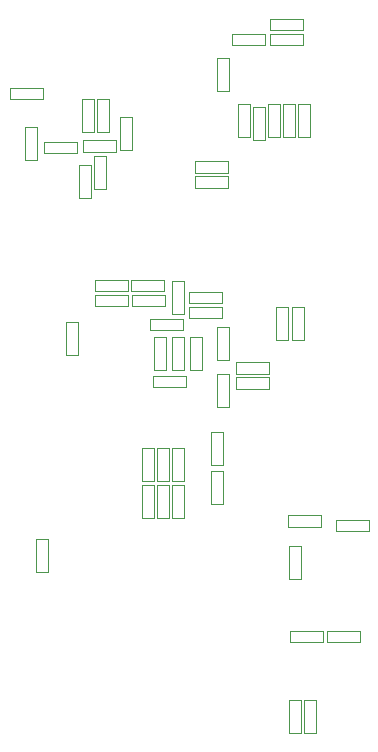
<source format=gbr>
G04*
G04 #@! TF.GenerationSoftware,Altium Limited,Altium Designer,25.2.1 (25)*
G04*
G04 Layer_Color=16711935*
%FSLAX25Y25*%
%MOIN*%
G70*
G04*
G04 #@! TF.SameCoordinates,6E7B483F-BFF1-4FB3-8246-CE29AB42D2EF*
G04*
G04*
G04 #@! TF.FilePolarity,Positive*
G04*
G01*
G75*
%ADD85C,0.00394*%
D85*
X-2032Y4138D02*
Y15161D01*
X-5968D02*
X-2032D01*
X-5968Y4138D02*
Y15161D01*
Y4138D02*
X-2032D01*
X3968Y4138D02*
Y15161D01*
X32D02*
X3968D01*
X32Y4138D02*
Y15161D01*
Y4138D02*
X3968D01*
X9968Y4138D02*
Y15161D01*
X6032D02*
X9968D01*
X6032Y4138D02*
Y15161D01*
Y4138D02*
X9968D01*
X4661Y-1469D02*
Y2468D01*
X-6362Y-1469D02*
X4661D01*
X-6362Y2468D02*
X4661D01*
X-6362Y-1469D02*
Y2468D01*
X3661Y17531D02*
Y21468D01*
X-7362D02*
X3661D01*
X-7362Y17531D02*
Y21468D01*
Y17531D02*
X3661D01*
X16661Y21531D02*
Y25469D01*
X5638D02*
X16661D01*
X5638Y21531D02*
Y25469D01*
Y21531D02*
X16661D01*
X18969Y7638D02*
Y18661D01*
X15032D02*
X18969D01*
X15032Y7638D02*
X18969D01*
X15032D02*
Y18661D01*
X-18638Y77031D02*
Y80968D01*
X-29661D02*
X-18638D01*
X-29661Y77031D02*
X-18638D01*
X-29661D02*
Y80968D01*
X18661Y70031D02*
Y73968D01*
X7638D02*
X18661D01*
X7638Y70031D02*
Y73968D01*
Y70031D02*
X18661D01*
Y65031D02*
Y68968D01*
X7638D02*
X18661D01*
X7638Y65031D02*
Y68968D01*
Y65031D02*
X18661D01*
X18969Y97138D02*
Y108161D01*
X15032D02*
X18969D01*
X15032Y97138D02*
Y108161D01*
Y97138D02*
X18969D01*
X30862Y112531D02*
Y116469D01*
X19839Y112531D02*
X30862D01*
X19839Y116469D02*
X30862D01*
X19839Y112531D02*
Y116469D01*
X43661Y117532D02*
Y121468D01*
X32638D02*
X43661D01*
X32638Y117532D02*
Y121468D01*
Y117532D02*
X43661D01*
Y112531D02*
Y116469D01*
X32638D02*
X43661D01*
X32638Y112531D02*
Y116469D01*
Y112531D02*
X43661D01*
X-14638Y25532D02*
Y29469D01*
X-25661D02*
X-14638D01*
X-25661Y25532D02*
Y29469D01*
Y25532D02*
X-14638D01*
X32362Y3032D02*
Y6968D01*
X21339D02*
X32362D01*
X21339Y3032D02*
Y6968D01*
Y3032D02*
X32362D01*
Y-1969D02*
Y1969D01*
X21339Y-1969D02*
X32362D01*
X21339Y1969D02*
X32362D01*
X21339Y-1969D02*
Y1969D01*
X43968Y14138D02*
Y25161D01*
X40031D02*
X43968D01*
X40031Y14138D02*
X43968D01*
X40031D02*
Y25161D01*
X3968Y-32862D02*
Y-21839D01*
X32D02*
X3968D01*
X32Y-32862D02*
Y-21839D01*
Y-32862D02*
X3968D01*
X-1032D02*
Y-21839D01*
X-4969D02*
X-1032D01*
X-4969Y-32862D02*
Y-21839D01*
Y-32862D02*
X-1032D01*
X-6032D02*
Y-21839D01*
X-9968D02*
X-6032D01*
X-9968Y-32862D02*
Y-21839D01*
Y-32862D02*
X-6032D01*
X-43138Y94532D02*
Y98469D01*
X-54161Y94532D02*
X-43138D01*
X-54161Y98469D02*
X-43138D01*
X-54161Y94532D02*
Y98469D01*
X-45031Y74339D02*
Y85362D01*
X-48968Y74339D02*
X-45031D01*
X-48968Y85362D02*
X-45031D01*
X-48968Y74339D02*
Y85362D01*
X38469Y14138D02*
Y25161D01*
X34532D02*
X38469D01*
X34532Y14138D02*
Y25161D01*
Y14138D02*
X38469D01*
X18969Y-8161D02*
Y2862D01*
X15032Y-8161D02*
X18969D01*
X15032Y2862D02*
X18969D01*
X15032Y-8161D02*
Y2862D01*
X-6032Y-45161D02*
Y-34138D01*
X-9968D02*
X-6032D01*
X-9968Y-45161D02*
Y-34138D01*
Y-45161D02*
X-6032D01*
X-31532Y9138D02*
Y20161D01*
X-35469D02*
X-31532D01*
X-35469Y9138D02*
Y20161D01*
Y9138D02*
X-31532D01*
X16969Y-40362D02*
Y-29339D01*
X13032D02*
X16969D01*
X13032Y-40362D02*
Y-29339D01*
Y-40362D02*
X16969D01*
X40968Y81839D02*
Y92862D01*
X37031Y81839D02*
X40968D01*
X37031Y92862D02*
X40968D01*
X37031Y81839D02*
Y92862D01*
X45968Y81839D02*
Y92862D01*
X42031Y81839D02*
X45968D01*
X42031Y92862D02*
X45968D01*
X42031Y81839D02*
Y92862D01*
X-26032Y83638D02*
Y94661D01*
X-29969D02*
X-26032D01*
X-29969Y83638D02*
Y94661D01*
Y83638D02*
X-26032D01*
X-22031Y64638D02*
Y75661D01*
X-25969D02*
X-22031D01*
X-25969Y64638D02*
X-22031D01*
X-25969D02*
Y75661D01*
X-27031Y61638D02*
Y72661D01*
X-30968D02*
X-27031D01*
X-30968Y61638D02*
Y72661D01*
Y61638D02*
X-27031D01*
X-14638Y30531D02*
Y34468D01*
X-25661Y30531D02*
X-14638D01*
X-25661Y34468D02*
X-14638D01*
X-25661Y30531D02*
Y34468D01*
X3968Y22839D02*
Y33862D01*
X32D02*
X3968D01*
X32Y22839D02*
Y33862D01*
Y22839D02*
X3968D01*
X49661Y-47969D02*
Y-44032D01*
X38638Y-47969D02*
X49661D01*
X38638Y-44032D02*
X49661D01*
X38638Y-47969D02*
Y-44032D01*
X42968Y-65362D02*
Y-54339D01*
X39031Y-65362D02*
X42968D01*
X39031Y-54339D02*
X42968D01*
X39031Y-65362D02*
Y-54339D01*
X42968Y-116862D02*
Y-105839D01*
X39031D02*
X42968D01*
X39031Y-116862D02*
Y-105839D01*
Y-116862D02*
X42968D01*
X47969D02*
Y-105839D01*
X44032D02*
X47969D01*
X44032Y-116862D02*
Y-105839D01*
Y-116862D02*
X47969D01*
X16969Y-27362D02*
Y-16339D01*
X13032D02*
X16969D01*
X13032Y-27362D02*
Y-16339D01*
Y-27362D02*
X16969D01*
X35969Y81839D02*
Y92862D01*
X32032Y81839D02*
X35969D01*
X32032Y92862D02*
X35969D01*
X32032Y81839D02*
Y92862D01*
X25969Y81839D02*
Y92862D01*
X22031Y81839D02*
X25969D01*
X22031Y92862D02*
X25969D01*
X22031Y81839D02*
Y92862D01*
X-41532Y-63161D02*
Y-52138D01*
X-45469D02*
X-41532D01*
X-45469Y-63161D02*
Y-52138D01*
Y-63161D02*
X-41532D01*
X-21032Y83638D02*
Y94661D01*
X-24969D02*
X-21032D01*
X-24969Y83638D02*
Y94661D01*
Y83638D02*
X-21032D01*
X-1032Y-45161D02*
Y-34138D01*
X-4969D02*
X-1032D01*
X-4969Y-45161D02*
Y-34138D01*
Y-45161D02*
X-1032D01*
X-13532Y77638D02*
Y88661D01*
X-17469D02*
X-13532D01*
X-17469Y77638D02*
X-13532D01*
X-17469D02*
Y88661D01*
X3968Y-45161D02*
Y-34138D01*
X32D02*
X3968D01*
X32Y-45161D02*
Y-34138D01*
Y-45161D02*
X3968D01*
X30968Y80839D02*
Y91862D01*
X27031Y80839D02*
X30968D01*
X27031Y91862D02*
X30968D01*
X27031Y80839D02*
Y91862D01*
X-31638Y76531D02*
Y80468D01*
X-42661Y76531D02*
X-31638D01*
X-42661Y80468D02*
X-31638D01*
X-42661Y76531D02*
Y80468D01*
X62661Y-86468D02*
Y-82531D01*
X51638Y-86468D02*
X62661D01*
X51638Y-82531D02*
X62661D01*
X51638Y-86468D02*
Y-82531D01*
X50362Y-86468D02*
Y-82531D01*
X39339D02*
X50362D01*
X39339Y-86468D02*
Y-82531D01*
Y-86468D02*
X50362D01*
X-2638Y30531D02*
Y34468D01*
X-13661D02*
X-2638D01*
X-13661Y30531D02*
Y34468D01*
Y30531D02*
X-2638D01*
X-2339Y25532D02*
Y29469D01*
X-13362D02*
X-2339D01*
X-13362Y25532D02*
Y29469D01*
Y25532D02*
X-2339D01*
X16661Y26531D02*
Y30468D01*
X5638D02*
X16661D01*
X5638Y26531D02*
Y30468D01*
Y26531D02*
X16661D01*
X65661Y-49468D02*
Y-45531D01*
X54638D02*
X65661D01*
X54638Y-49468D02*
Y-45531D01*
Y-49468D02*
X65661D01*
M02*

</source>
